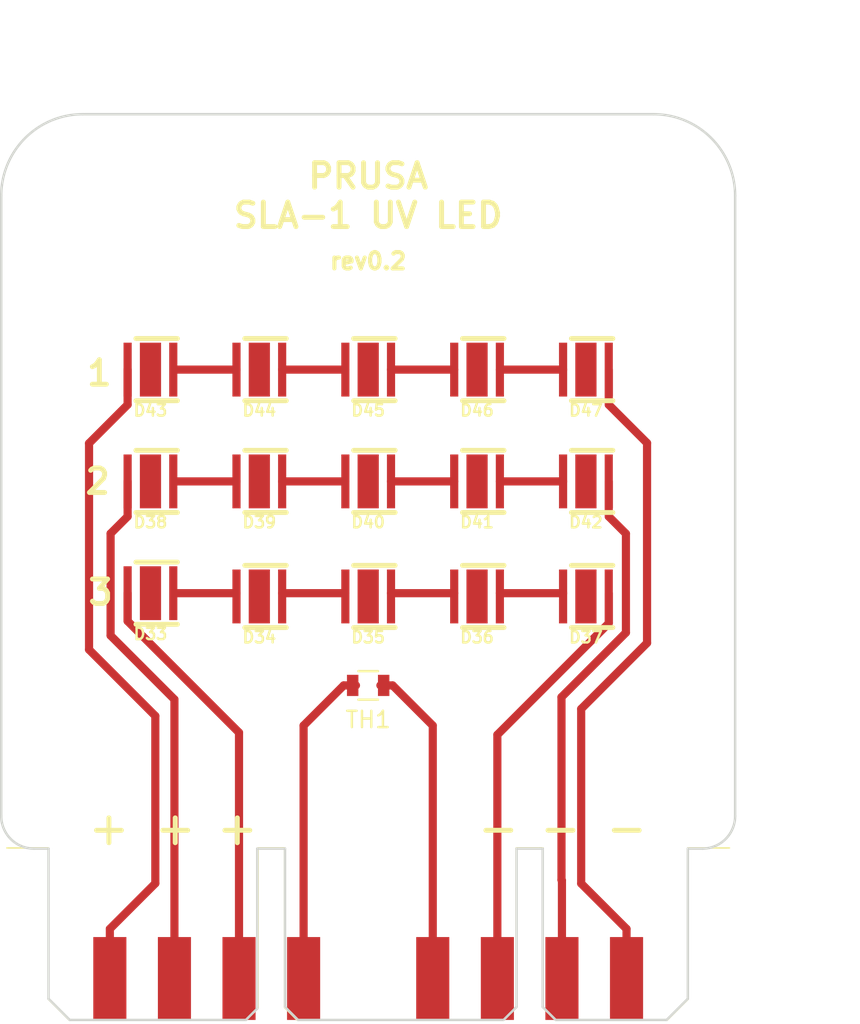
<source format=kicad_pcb>
(kicad_pcb (version 20171130) (host pcbnew "(6.0.0-rc1-dev-199-g6b039bc99)")

  (general
    (thickness 1.6)
    (drawings 43)
    (tracks 50)
    (zones 0)
    (modules 21)
    (nets 21)
  )

  (page A4)
  (layers
    (0 F.Cu signal)
    (31 B.Cu signal)
    (32 B.Adhes user)
    (33 F.Adhes user)
    (34 B.Paste user)
    (35 F.Paste user)
    (36 B.SilkS user)
    (37 F.SilkS user)
    (38 B.Mask user)
    (39 F.Mask user)
    (40 Dwgs.User user)
    (41 Cmts.User user)
    (42 Eco1.User user)
    (43 Eco2.User user)
    (44 Edge.Cuts user)
    (45 Margin user)
    (46 B.CrtYd user hide)
    (47 F.CrtYd user hide)
    (48 B.Fab user)
    (49 F.Fab user hide)
  )

  (setup
    (last_trace_width 0.2)
    (user_trace_width 0.5)
    (user_trace_width 1.5)
    (user_trace_width 2)
    (user_trace_width 4)
    (user_trace_width 5)
    (user_trace_width 6)
    (user_trace_width 7)
    (user_trace_width 8)
    (trace_clearance 0.2)
    (zone_clearance 0.508)
    (zone_45_only no)
    (trace_min 0.2)
    (via_size 0.8)
    (via_drill 0.4)
    (via_min_size 0.4)
    (via_min_drill 0.3)
    (uvia_size 0.3)
    (uvia_drill 0.1)
    (uvias_allowed no)
    (uvia_min_size 0.2)
    (uvia_min_drill 0.1)
    (edge_width 0.15)
    (segment_width 0.2)
    (pcb_text_width 0.3)
    (pcb_text_size 1.5 1.5)
    (mod_edge_width 0.15)
    (mod_text_size 1 1)
    (mod_text_width 0.15)
    (pad_size 3.2 3.2)
    (pad_drill 3.2)
    (pad_to_mask_clearance 0.1)
    (solder_mask_min_width 0.25)
    (aux_axis_origin 89.15 134.35)
    (visible_elements FFFFFF7F)
    (pcbplotparams
      (layerselection 0x010a8_7fffffff)
      (usegerberextensions true)
      (usegerberattributes false)
      (usegerberadvancedattributes false)
      (creategerberjobfile false)
      (excludeedgelayer true)
      (linewidth 0.100000)
      (plotframeref false)
      (viasonmask false)
      (mode 1)
      (useauxorigin false)
      (hpglpennumber 1)
      (hpglpenspeed 20)
      (hpglpendiameter 15.000000)
      (psnegative false)
      (psa4output false)
      (plotreference true)
      (plotvalue true)
      (plotinvisibletext false)
      (padsonsilk false)
      (subtractmaskfromsilk false)
      (outputformat 1)
      (mirror false)
      (drillshape 0)
      (scaleselection 1)
      (outputdirectory "gerber/"))
  )

  (net 0 "")
  (net 1 "Net-(D33-Pad1)")
  (net 2 "Net-(D33-Pad2)")
  (net 3 "Net-(D34-Pad1)")
  (net 4 "Net-(D35-Pad1)")
  (net 5 "Net-(D36-Pad1)")
  (net 6 "Net-(D37-Pad1)")
  (net 7 "Net-(D38-Pad1)")
  (net 8 "Net-(D39-Pad1)")
  (net 9 "Net-(D40-Pad1)")
  (net 10 "Net-(D41-Pad1)")
  (net 11 "Net-(D43-Pad1)")
  (net 12 "Net-(D44-Pad1)")
  (net 13 "Net-(D45-Pad1)")
  (net 14 "Net-(D46-Pad1)")
  (net 15 "Net-(D42-Pad1)")
  (net 16 "Net-(D47-Pad1)")
  (net 17 "Net-(P1-Pad5)")
  (net 18 "Net-(P1-Pad4)")
  (net 19 "Net-(D38-Pad2)")
  (net 20 "Net-(D43-Pad2)")

  (net_class Default "Toto je výchozí třída sítě."
    (clearance 0.2)
    (trace_width 0.2)
    (via_dia 0.8)
    (via_drill 0.4)
    (uvia_dia 0.3)
    (uvia_drill 0.1)
    (add_net "Net-(D33-Pad1)")
    (add_net "Net-(D33-Pad2)")
    (add_net "Net-(D34-Pad1)")
    (add_net "Net-(D35-Pad1)")
    (add_net "Net-(D36-Pad1)")
    (add_net "Net-(D37-Pad1)")
    (add_net "Net-(D38-Pad1)")
    (add_net "Net-(D38-Pad2)")
    (add_net "Net-(D39-Pad1)")
    (add_net "Net-(D40-Pad1)")
    (add_net "Net-(D41-Pad1)")
    (add_net "Net-(D42-Pad1)")
    (add_net "Net-(D43-Pad1)")
    (add_net "Net-(D43-Pad2)")
    (add_net "Net-(D44-Pad1)")
    (add_net "Net-(D45-Pad1)")
    (add_net "Net-(D46-Pad1)")
    (add_net "Net-(D47-Pad1)")
    (add_net "Net-(P1-Pad4)")
    (add_net "Net-(P1-Pad5)")
  )

  (module ok1hra:LED-UV-LTPL-C034UVH405 (layer F.Cu) (tedit 5C000176) (tstamp 5BD213D4)
    (at 9.15 -15.65 180)
    (path /5BCE0D5F)
    (attr smd)
    (fp_text reference D33 (at 0 -2.5 180) (layer F.SilkS)
      (effects (font (size 0.7 0.7) (thickness 0.15)))
    )
    (fp_text value TY-SMD3535-3W (at 0 2.5 180) (layer F.Fab)
      (effects (font (size 0.5 0.5) (thickness 0.125)))
    )
    (fp_line (start 0.889 1.905) (end -1.651 1.905) (layer F.SilkS) (width 0.3))
    (fp_line (start -1.651 -1.905) (end 0.889 -1.905) (layer F.SilkS) (width 0.3))
    (fp_line (start -1.75 -1.75) (end 1.75 -1.75) (layer F.CrtYd) (width 0.1))
    (fp_line (start 1.75 -1.75) (end 1.75 1.75) (layer F.CrtYd) (width 0.1))
    (fp_line (start 1.75 1.75) (end -1.75 1.75) (layer F.CrtYd) (width 0.1))
    (fp_line (start -1.75 1.75) (end -1.75 -1.75) (layer F.CrtYd) (width 0.1))
    (pad 3 smd rect (at 0 0 180) (size 1.3 3.3) (layers F.Cu F.Paste F.Mask))
    (pad 1 smd rect (at -1.4 0 180) (size 0.5 3.3) (layers F.Cu F.Paste F.Mask)
      (net 1 "Net-(D33-Pad1)"))
    (pad 2 smd rect (at 1.4 0 180) (size 0.5 3.3) (layers F.Cu F.Paste F.Mask)
      (net 2 "Net-(D33-Pad2)"))
    (model /home/dan/kicad/hra/lib/ok1hra3d/LED-LTPL-C034UVH405.step
      (at (xyz 0 0 0))
      (scale (xyz 1 1 1))
      (rotate (xyz 0 0 0))
    )
  )

  (module Resistors_SMD:R_0805 (layer F.Cu) (tedit 58307B54) (tstamp 5C0E8201)
    (at 22.5 -10 180)
    (descr "Resistor SMD 0805, reflow soldering, Vishay (see dcrcw.pdf)")
    (tags "resistor 0805")
    (path /5BEFC2AA)
    (attr smd)
    (fp_text reference TH1 (at 0 -2.1 180) (layer F.SilkS)
      (effects (font (size 1 1) (thickness 0.15)))
    )
    (fp_text value NCP21WF104J03RA (at 0 2.1 180) (layer F.Fab)
      (effects (font (size 1 1) (thickness 0.15)))
    )
    (fp_line (start -1 0.625) (end -1 -0.625) (layer F.Fab) (width 0.1))
    (fp_line (start 1 0.625) (end -1 0.625) (layer F.Fab) (width 0.1))
    (fp_line (start 1 -0.625) (end 1 0.625) (layer F.Fab) (width 0.1))
    (fp_line (start -1 -0.625) (end 1 -0.625) (layer F.Fab) (width 0.1))
    (fp_line (start -1.6 -1) (end 1.6 -1) (layer F.CrtYd) (width 0.05))
    (fp_line (start -1.6 1) (end 1.6 1) (layer F.CrtYd) (width 0.05))
    (fp_line (start -1.6 -1) (end -1.6 1) (layer F.CrtYd) (width 0.05))
    (fp_line (start 1.6 -1) (end 1.6 1) (layer F.CrtYd) (width 0.05))
    (fp_line (start 0.6 0.875) (end -0.6 0.875) (layer F.SilkS) (width 0.15))
    (fp_line (start -0.6 -0.875) (end 0.6 -0.875) (layer F.SilkS) (width 0.15))
    (pad 1 smd rect (at -0.95 0 180) (size 0.7 1.3) (layers F.Cu F.Paste F.Mask)
      (net 17 "Net-(P1-Pad5)"))
    (pad 2 smd rect (at 0.95 0 180) (size 0.7 1.3) (layers F.Cu F.Paste F.Mask)
      (net 18 "Net-(P1-Pad4)"))
    (model ${KISYS3DMOD}/Resistor_SMD.3dshapes/R_0805_2012Metric.step
      (at (xyz 0 0 0))
      (scale (xyz 1 1 1))
      (rotate (xyz 0 0 0))
    )
  )

  (module ok1hra:LED-UV-LTPL-C034UVH405 (layer F.Cu) (tedit 5C000176) (tstamp 5C0E81F6)
    (at 22.5 -15.45 180)
    (path /5C0A6D45)
    (attr smd)
    (fp_text reference D35 (at 0 -2.5 180) (layer F.SilkS)
      (effects (font (size 0.7 0.7) (thickness 0.15)))
    )
    (fp_text value TY-SMD3535-3W (at 0 2.5 180) (layer F.Fab)
      (effects (font (size 0.5 0.5) (thickness 0.125)))
    )
    (fp_line (start 0.889 1.905) (end -1.651 1.905) (layer F.SilkS) (width 0.3))
    (fp_line (start -1.651 -1.905) (end 0.889 -1.905) (layer F.SilkS) (width 0.3))
    (fp_line (start -1.75 -1.75) (end 1.75 -1.75) (layer F.CrtYd) (width 0.1))
    (fp_line (start 1.75 -1.75) (end 1.75 1.75) (layer F.CrtYd) (width 0.1))
    (fp_line (start 1.75 1.75) (end -1.75 1.75) (layer F.CrtYd) (width 0.1))
    (fp_line (start -1.75 1.75) (end -1.75 -1.75) (layer F.CrtYd) (width 0.1))
    (pad 3 smd rect (at 0 0 180) (size 1.3 3.3) (layers F.Cu F.Paste F.Mask))
    (pad 1 smd rect (at -1.4 0 180) (size 0.5 3.3) (layers F.Cu F.Paste F.Mask)
      (net 4 "Net-(D35-Pad1)"))
    (pad 2 smd rect (at 1.4 0 180) (size 0.5 3.3) (layers F.Cu F.Paste F.Mask)
      (net 3 "Net-(D34-Pad1)"))
    (model /home/dan/kicad/hra/lib/ok1hra3d/LED-LTPL-C034UVH405.step
      (at (xyz 0 0 0))
      (scale (xyz 1 1 1))
      (rotate (xyz 0 0 0))
    )
  )

  (module ok1hra:LED-UV-LTPL-C034UVH405 (layer F.Cu) (tedit 5C000176) (tstamp 5C0E81E9)
    (at 29.175 -15.45 180)
    (path /5C0A6D9B)
    (attr smd)
    (fp_text reference D36 (at 0 -2.5 180) (layer F.SilkS)
      (effects (font (size 0.7 0.7) (thickness 0.15)))
    )
    (fp_text value TY-SMD3535-3W (at 0 2.5 180) (layer F.Fab)
      (effects (font (size 0.5 0.5) (thickness 0.125)))
    )
    (fp_line (start -1.75 1.75) (end -1.75 -1.75) (layer F.CrtYd) (width 0.1))
    (fp_line (start 1.75 1.75) (end -1.75 1.75) (layer F.CrtYd) (width 0.1))
    (fp_line (start 1.75 -1.75) (end 1.75 1.75) (layer F.CrtYd) (width 0.1))
    (fp_line (start -1.75 -1.75) (end 1.75 -1.75) (layer F.CrtYd) (width 0.1))
    (fp_line (start -1.651 -1.905) (end 0.889 -1.905) (layer F.SilkS) (width 0.3))
    (fp_line (start 0.889 1.905) (end -1.651 1.905) (layer F.SilkS) (width 0.3))
    (pad 2 smd rect (at 1.4 0 180) (size 0.5 3.3) (layers F.Cu F.Paste F.Mask)
      (net 4 "Net-(D35-Pad1)"))
    (pad 1 smd rect (at -1.4 0 180) (size 0.5 3.3) (layers F.Cu F.Paste F.Mask)
      (net 5 "Net-(D36-Pad1)"))
    (pad 3 smd rect (at 0 0 180) (size 1.3 3.3) (layers F.Cu F.Paste F.Mask))
    (model /home/dan/kicad/hra/lib/ok1hra3d/LED-LTPL-C034UVH405.step
      (at (xyz 0 0 0))
      (scale (xyz 1 1 1))
      (rotate (xyz 0 0 0))
    )
  )

  (module ok1hra:LED-UV-LTPL-C034UVH405 (layer F.Cu) (tedit 5C000176) (tstamp 5C0E81DC)
    (at 35.85 -15.45 180)
    (path /5C0A6EE6)
    (attr smd)
    (fp_text reference D37 (at 0 -2.5 180) (layer F.SilkS)
      (effects (font (size 0.7 0.7) (thickness 0.15)))
    )
    (fp_text value TY-SMD3535-3W (at 0 2.5 180) (layer F.Fab)
      (effects (font (size 0.5 0.5) (thickness 0.125)))
    )
    (fp_line (start 0.889 1.905) (end -1.651 1.905) (layer F.SilkS) (width 0.3))
    (fp_line (start -1.651 -1.905) (end 0.889 -1.905) (layer F.SilkS) (width 0.3))
    (fp_line (start -1.75 -1.75) (end 1.75 -1.75) (layer F.CrtYd) (width 0.1))
    (fp_line (start 1.75 -1.75) (end 1.75 1.75) (layer F.CrtYd) (width 0.1))
    (fp_line (start 1.75 1.75) (end -1.75 1.75) (layer F.CrtYd) (width 0.1))
    (fp_line (start -1.75 1.75) (end -1.75 -1.75) (layer F.CrtYd) (width 0.1))
    (pad 3 smd rect (at 0 0 180) (size 1.3 3.3) (layers F.Cu F.Paste F.Mask))
    (pad 1 smd rect (at -1.4 0 180) (size 0.5 3.3) (layers F.Cu F.Paste F.Mask)
      (net 6 "Net-(D37-Pad1)"))
    (pad 2 smd rect (at 1.4 0 180) (size 0.5 3.3) (layers F.Cu F.Paste F.Mask)
      (net 5 "Net-(D36-Pad1)"))
    (model /home/dan/kicad/hra/lib/ok1hra3d/LED-LTPL-C034UVH405.step
      (at (xyz 0 0 0))
      (scale (xyz 1 1 1))
      (rotate (xyz 0 0 0))
    )
  )

  (module ok1hra:LED-UV-LTPL-C034UVH405 (layer F.Cu) (tedit 5C000176) (tstamp 5C0E81CF)
    (at 9.15 -22.5 180)
    (path /5C0A76E6)
    (attr smd)
    (fp_text reference D38 (at 0 -2.5 180) (layer F.SilkS)
      (effects (font (size 0.7 0.7) (thickness 0.15)))
    )
    (fp_text value TY-SMD3535-3W (at 0 2.5 180) (layer F.Fab)
      (effects (font (size 0.5 0.5) (thickness 0.125)))
    )
    (fp_line (start -1.75 1.75) (end -1.75 -1.75) (layer F.CrtYd) (width 0.1))
    (fp_line (start 1.75 1.75) (end -1.75 1.75) (layer F.CrtYd) (width 0.1))
    (fp_line (start 1.75 -1.75) (end 1.75 1.75) (layer F.CrtYd) (width 0.1))
    (fp_line (start -1.75 -1.75) (end 1.75 -1.75) (layer F.CrtYd) (width 0.1))
    (fp_line (start -1.651 -1.905) (end 0.889 -1.905) (layer F.SilkS) (width 0.3))
    (fp_line (start 0.889 1.905) (end -1.651 1.905) (layer F.SilkS) (width 0.3))
    (pad 2 smd rect (at 1.4 0 180) (size 0.5 3.3) (layers F.Cu F.Paste F.Mask)
      (net 19 "Net-(D38-Pad2)"))
    (pad 1 smd rect (at -1.4 0 180) (size 0.5 3.3) (layers F.Cu F.Paste F.Mask)
      (net 7 "Net-(D38-Pad1)"))
    (pad 3 smd rect (at 0 0 180) (size 1.3 3.3) (layers F.Cu F.Paste F.Mask))
    (model /home/dan/kicad/hra/lib/ok1hra3d/LED-LTPL-C034UVH405.step
      (at (xyz 0 0 0))
      (scale (xyz 1 1 1))
      (rotate (xyz 0 0 0))
    )
  )

  (module ok1hra:LED-UV-LTPL-C034UVH405 (layer F.Cu) (tedit 5C000176) (tstamp 5C0E81C2)
    (at 15.825 -22.5 180)
    (path /5C0A76ED)
    (attr smd)
    (fp_text reference D39 (at 0 -2.5 180) (layer F.SilkS)
      (effects (font (size 0.7 0.7) (thickness 0.15)))
    )
    (fp_text value TY-SMD3535-3W (at 0 2.5 180) (layer F.Fab)
      (effects (font (size 0.5 0.5) (thickness 0.125)))
    )
    (fp_line (start 0.889 1.905) (end -1.651 1.905) (layer F.SilkS) (width 0.3))
    (fp_line (start -1.651 -1.905) (end 0.889 -1.905) (layer F.SilkS) (width 0.3))
    (fp_line (start -1.75 -1.75) (end 1.75 -1.75) (layer F.CrtYd) (width 0.1))
    (fp_line (start 1.75 -1.75) (end 1.75 1.75) (layer F.CrtYd) (width 0.1))
    (fp_line (start 1.75 1.75) (end -1.75 1.75) (layer F.CrtYd) (width 0.1))
    (fp_line (start -1.75 1.75) (end -1.75 -1.75) (layer F.CrtYd) (width 0.1))
    (pad 3 smd rect (at 0 0 180) (size 1.3 3.3) (layers F.Cu F.Paste F.Mask))
    (pad 1 smd rect (at -1.4 0 180) (size 0.5 3.3) (layers F.Cu F.Paste F.Mask)
      (net 8 "Net-(D39-Pad1)"))
    (pad 2 smd rect (at 1.4 0 180) (size 0.5 3.3) (layers F.Cu F.Paste F.Mask)
      (net 7 "Net-(D38-Pad1)"))
    (model /home/dan/kicad/hra/lib/ok1hra3d/LED-LTPL-C034UVH405.step
      (at (xyz 0 0 0))
      (scale (xyz 1 1 1))
      (rotate (xyz 0 0 0))
    )
  )

  (module ok1hra:LED-UV-LTPL-C034UVH405 (layer F.Cu) (tedit 5C000176) (tstamp 5C0E81B5)
    (at 22.5 -22.5 180)
    (path /5C0A76F4)
    (attr smd)
    (fp_text reference D40 (at 0 -2.5 180) (layer F.SilkS)
      (effects (font (size 0.7 0.7) (thickness 0.15)))
    )
    (fp_text value TY-SMD3535-3W (at 0 2.5 180) (layer F.Fab)
      (effects (font (size 0.5 0.5) (thickness 0.125)))
    )
    (fp_line (start -1.75 1.75) (end -1.75 -1.75) (layer F.CrtYd) (width 0.1))
    (fp_line (start 1.75 1.75) (end -1.75 1.75) (layer F.CrtYd) (width 0.1))
    (fp_line (start 1.75 -1.75) (end 1.75 1.75) (layer F.CrtYd) (width 0.1))
    (fp_line (start -1.75 -1.75) (end 1.75 -1.75) (layer F.CrtYd) (width 0.1))
    (fp_line (start -1.651 -1.905) (end 0.889 -1.905) (layer F.SilkS) (width 0.3))
    (fp_line (start 0.889 1.905) (end -1.651 1.905) (layer F.SilkS) (width 0.3))
    (pad 2 smd rect (at 1.4 0 180) (size 0.5 3.3) (layers F.Cu F.Paste F.Mask)
      (net 8 "Net-(D39-Pad1)"))
    (pad 1 smd rect (at -1.4 0 180) (size 0.5 3.3) (layers F.Cu F.Paste F.Mask)
      (net 9 "Net-(D40-Pad1)"))
    (pad 3 smd rect (at 0 0 180) (size 1.3 3.3) (layers F.Cu F.Paste F.Mask))
    (model /home/dan/kicad/hra/lib/ok1hra3d/LED-LTPL-C034UVH405.step
      (at (xyz 0 0 0))
      (scale (xyz 1 1 1))
      (rotate (xyz 0 0 0))
    )
  )

  (module ok1hra:LED-UV-LTPL-C034UVH405 (layer F.Cu) (tedit 5C000176) (tstamp 5C0E81A8)
    (at 29.175 -22.5 180)
    (path /5C0A76FB)
    (attr smd)
    (fp_text reference D41 (at 0 -2.5 180) (layer F.SilkS)
      (effects (font (size 0.7 0.7) (thickness 0.15)))
    )
    (fp_text value TY-SMD3535-3W (at 0 2.5 180) (layer F.Fab)
      (effects (font (size 0.5 0.5) (thickness 0.125)))
    )
    (fp_line (start 0.889 1.905) (end -1.651 1.905) (layer F.SilkS) (width 0.3))
    (fp_line (start -1.651 -1.905) (end 0.889 -1.905) (layer F.SilkS) (width 0.3))
    (fp_line (start -1.75 -1.75) (end 1.75 -1.75) (layer F.CrtYd) (width 0.1))
    (fp_line (start 1.75 -1.75) (end 1.75 1.75) (layer F.CrtYd) (width 0.1))
    (fp_line (start 1.75 1.75) (end -1.75 1.75) (layer F.CrtYd) (width 0.1))
    (fp_line (start -1.75 1.75) (end -1.75 -1.75) (layer F.CrtYd) (width 0.1))
    (pad 3 smd rect (at 0 0 180) (size 1.3 3.3) (layers F.Cu F.Paste F.Mask))
    (pad 1 smd rect (at -1.4 0 180) (size 0.5 3.3) (layers F.Cu F.Paste F.Mask)
      (net 10 "Net-(D41-Pad1)"))
    (pad 2 smd rect (at 1.4 0 180) (size 0.5 3.3) (layers F.Cu F.Paste F.Mask)
      (net 9 "Net-(D40-Pad1)"))
    (model /home/dan/kicad/hra/lib/ok1hra3d/LED-LTPL-C034UVH405.step
      (at (xyz 0 0 0))
      (scale (xyz 1 1 1))
      (rotate (xyz 0 0 0))
    )
  )

  (module ok1hra:LED-UV-LTPL-C034UVH405 (layer F.Cu) (tedit 5C000176) (tstamp 5C0E819B)
    (at 35.85 -22.5 180)
    (path /5C0A7702)
    (attr smd)
    (fp_text reference D42 (at 0 -2.5 180) (layer F.SilkS)
      (effects (font (size 0.7 0.7) (thickness 0.15)))
    )
    (fp_text value TY-SMD3535-3W (at 0 2.5 180) (layer F.Fab)
      (effects (font (size 0.5 0.5) (thickness 0.125)))
    )
    (fp_line (start -1.75 1.75) (end -1.75 -1.75) (layer F.CrtYd) (width 0.1))
    (fp_line (start 1.75 1.75) (end -1.75 1.75) (layer F.CrtYd) (width 0.1))
    (fp_line (start 1.75 -1.75) (end 1.75 1.75) (layer F.CrtYd) (width 0.1))
    (fp_line (start -1.75 -1.75) (end 1.75 -1.75) (layer F.CrtYd) (width 0.1))
    (fp_line (start -1.651 -1.905) (end 0.889 -1.905) (layer F.SilkS) (width 0.3))
    (fp_line (start 0.889 1.905) (end -1.651 1.905) (layer F.SilkS) (width 0.3))
    (pad 2 smd rect (at 1.4 0 180) (size 0.5 3.3) (layers F.Cu F.Paste F.Mask)
      (net 10 "Net-(D41-Pad1)"))
    (pad 1 smd rect (at -1.4 0 180) (size 0.5 3.3) (layers F.Cu F.Paste F.Mask)
      (net 15 "Net-(D42-Pad1)"))
    (pad 3 smd rect (at 0 0 180) (size 1.3 3.3) (layers F.Cu F.Paste F.Mask))
    (model /home/dan/kicad/hra/lib/ok1hra3d/LED-LTPL-C034UVH405.step
      (at (xyz 0 0 0))
      (scale (xyz 1 1 1))
      (rotate (xyz 0 0 0))
    )
  )

  (module ok1hra:LED-UV-LTPL-C034UVH405 (layer F.Cu) (tedit 5C000176) (tstamp 5C0E818E)
    (at 9.15 -29.35 180)
    (path /5C0A806B)
    (attr smd)
    (fp_text reference D43 (at 0 -2.5 180) (layer F.SilkS)
      (effects (font (size 0.7 0.7) (thickness 0.15)))
    )
    (fp_text value TY-SMD3535-3W (at 0 2.5 180) (layer F.Fab)
      (effects (font (size 0.5 0.5) (thickness 0.125)))
    )
    (fp_line (start 0.889 1.905) (end -1.651 1.905) (layer F.SilkS) (width 0.3))
    (fp_line (start -1.651 -1.905) (end 0.889 -1.905) (layer F.SilkS) (width 0.3))
    (fp_line (start -1.75 -1.75) (end 1.75 -1.75) (layer F.CrtYd) (width 0.1))
    (fp_line (start 1.75 -1.75) (end 1.75 1.75) (layer F.CrtYd) (width 0.1))
    (fp_line (start 1.75 1.75) (end -1.75 1.75) (layer F.CrtYd) (width 0.1))
    (fp_line (start -1.75 1.75) (end -1.75 -1.75) (layer F.CrtYd) (width 0.1))
    (pad 3 smd rect (at 0 0 180) (size 1.3 3.3) (layers F.Cu F.Paste F.Mask))
    (pad 1 smd rect (at -1.4 0 180) (size 0.5 3.3) (layers F.Cu F.Paste F.Mask)
      (net 11 "Net-(D43-Pad1)"))
    (pad 2 smd rect (at 1.4 0 180) (size 0.5 3.3) (layers F.Cu F.Paste F.Mask)
      (net 20 "Net-(D43-Pad2)"))
    (model /home/dan/kicad/hra/lib/ok1hra3d/LED-LTPL-C034UVH405.step
      (at (xyz 0 0 0))
      (scale (xyz 1 1 1))
      (rotate (xyz 0 0 0))
    )
  )

  (module ok1hra:LED-UV-LTPL-C034UVH405 (layer F.Cu) (tedit 5C000176) (tstamp 5C0E8181)
    (at 15.825 -29.35 180)
    (path /5C0A8072)
    (attr smd)
    (fp_text reference D44 (at 0 -2.5 180) (layer F.SilkS)
      (effects (font (size 0.7 0.7) (thickness 0.15)))
    )
    (fp_text value TY-SMD3535-3W (at 0 2.5 180) (layer F.Fab)
      (effects (font (size 0.5 0.5) (thickness 0.125)))
    )
    (fp_line (start -1.75 1.75) (end -1.75 -1.75) (layer F.CrtYd) (width 0.1))
    (fp_line (start 1.75 1.75) (end -1.75 1.75) (layer F.CrtYd) (width 0.1))
    (fp_line (start 1.75 -1.75) (end 1.75 1.75) (layer F.CrtYd) (width 0.1))
    (fp_line (start -1.75 -1.75) (end 1.75 -1.75) (layer F.CrtYd) (width 0.1))
    (fp_line (start -1.651 -1.905) (end 0.889 -1.905) (layer F.SilkS) (width 0.3))
    (fp_line (start 0.889 1.905) (end -1.651 1.905) (layer F.SilkS) (width 0.3))
    (pad 2 smd rect (at 1.4 0 180) (size 0.5 3.3) (layers F.Cu F.Paste F.Mask)
      (net 11 "Net-(D43-Pad1)"))
    (pad 1 smd rect (at -1.4 0 180) (size 0.5 3.3) (layers F.Cu F.Paste F.Mask)
      (net 12 "Net-(D44-Pad1)"))
    (pad 3 smd rect (at 0 0 180) (size 1.3 3.3) (layers F.Cu F.Paste F.Mask))
    (model /home/dan/kicad/hra/lib/ok1hra3d/LED-LTPL-C034UVH405.step
      (at (xyz 0 0 0))
      (scale (xyz 1 1 1))
      (rotate (xyz 0 0 0))
    )
  )

  (module ok1hra:LED-UV-LTPL-C034UVH405 (layer F.Cu) (tedit 5C000176) (tstamp 5C0E8174)
    (at 22.5 -29.35 180)
    (path /5C0A8079)
    (attr smd)
    (fp_text reference D45 (at 0 -2.5 180) (layer F.SilkS)
      (effects (font (size 0.7 0.7) (thickness 0.15)))
    )
    (fp_text value TY-SMD3535-3W (at 0 2.5 180) (layer F.Fab)
      (effects (font (size 0.5 0.5) (thickness 0.125)))
    )
    (fp_line (start 0.889 1.905) (end -1.651 1.905) (layer F.SilkS) (width 0.3))
    (fp_line (start -1.651 -1.905) (end 0.889 -1.905) (layer F.SilkS) (width 0.3))
    (fp_line (start -1.75 -1.75) (end 1.75 -1.75) (layer F.CrtYd) (width 0.1))
    (fp_line (start 1.75 -1.75) (end 1.75 1.75) (layer F.CrtYd) (width 0.1))
    (fp_line (start 1.75 1.75) (end -1.75 1.75) (layer F.CrtYd) (width 0.1))
    (fp_line (start -1.75 1.75) (end -1.75 -1.75) (layer F.CrtYd) (width 0.1))
    (pad 3 smd rect (at 0 0 180) (size 1.3 3.3) (layers F.Cu F.Paste F.Mask))
    (pad 1 smd rect (at -1.4 0 180) (size 0.5 3.3) (layers F.Cu F.Paste F.Mask)
      (net 13 "Net-(D45-Pad1)"))
    (pad 2 smd rect (at 1.4 0 180) (size 0.5 3.3) (layers F.Cu F.Paste F.Mask)
      (net 12 "Net-(D44-Pad1)"))
    (model /home/dan/kicad/hra/lib/ok1hra3d/LED-LTPL-C034UVH405.step
      (at (xyz 0 0 0))
      (scale (xyz 1 1 1))
      (rotate (xyz 0 0 0))
    )
  )

  (module ok1hra:LED-UV-LTPL-C034UVH405 (layer F.Cu) (tedit 5C000176) (tstamp 5C0E8167)
    (at 29.175 -29.35 180)
    (path /5C0A8080)
    (attr smd)
    (fp_text reference D46 (at 0 -2.5 180) (layer F.SilkS)
      (effects (font (size 0.7 0.7) (thickness 0.15)))
    )
    (fp_text value TY-SMD3535-3W (at 0 2.5 180) (layer F.Fab)
      (effects (font (size 0.5 0.5) (thickness 0.125)))
    )
    (fp_line (start -1.75 1.75) (end -1.75 -1.75) (layer F.CrtYd) (width 0.1))
    (fp_line (start 1.75 1.75) (end -1.75 1.75) (layer F.CrtYd) (width 0.1))
    (fp_line (start 1.75 -1.75) (end 1.75 1.75) (layer F.CrtYd) (width 0.1))
    (fp_line (start -1.75 -1.75) (end 1.75 -1.75) (layer F.CrtYd) (width 0.1))
    (fp_line (start -1.651 -1.905) (end 0.889 -1.905) (layer F.SilkS) (width 0.3))
    (fp_line (start 0.889 1.905) (end -1.651 1.905) (layer F.SilkS) (width 0.3))
    (pad 2 smd rect (at 1.4 0 180) (size 0.5 3.3) (layers F.Cu F.Paste F.Mask)
      (net 13 "Net-(D45-Pad1)"))
    (pad 1 smd rect (at -1.4 0 180) (size 0.5 3.3) (layers F.Cu F.Paste F.Mask)
      (net 14 "Net-(D46-Pad1)"))
    (pad 3 smd rect (at 0 0 180) (size 1.3 3.3) (layers F.Cu F.Paste F.Mask))
    (model /home/dan/kicad/hra/lib/ok1hra3d/LED-LTPL-C034UVH405.step
      (at (xyz 0 0 0))
      (scale (xyz 1 1 1))
      (rotate (xyz 0 0 0))
    )
  )

  (module ok1hra:LED-UV-LTPL-C034UVH405 (layer F.Cu) (tedit 5C000176) (tstamp 5C0E815A)
    (at 35.85 -29.35 180)
    (path /5C0A8087)
    (attr smd)
    (fp_text reference D47 (at 0 -2.5 180) (layer F.SilkS)
      (effects (font (size 0.7 0.7) (thickness 0.15)))
    )
    (fp_text value TY-SMD3535-3W (at 0 2.5 180) (layer F.Fab)
      (effects (font (size 0.5 0.5) (thickness 0.125)))
    )
    (fp_line (start 0.889 1.905) (end -1.651 1.905) (layer F.SilkS) (width 0.3))
    (fp_line (start -1.651 -1.905) (end 0.889 -1.905) (layer F.SilkS) (width 0.3))
    (fp_line (start -1.75 -1.75) (end 1.75 -1.75) (layer F.CrtYd) (width 0.1))
    (fp_line (start 1.75 -1.75) (end 1.75 1.75) (layer F.CrtYd) (width 0.1))
    (fp_line (start 1.75 1.75) (end -1.75 1.75) (layer F.CrtYd) (width 0.1))
    (fp_line (start -1.75 1.75) (end -1.75 -1.75) (layer F.CrtYd) (width 0.1))
    (pad 3 smd rect (at 0 0 180) (size 1.3 3.3) (layers F.Cu F.Paste F.Mask))
    (pad 1 smd rect (at -1.4 0 180) (size 0.5 3.3) (layers F.Cu F.Paste F.Mask)
      (net 16 "Net-(D47-Pad1)"))
    (pad 2 smd rect (at 1.4 0 180) (size 0.5 3.3) (layers F.Cu F.Paste F.Mask)
      (net 14 "Net-(D46-Pad1)"))
    (model /home/dan/kicad/hra/lib/ok1hra3d/LED-LTPL-C034UVH405.step
      (at (xyz 0 0 0))
      (scale (xyz 1 1 1))
      (rotate (xyz 0 0 0))
    )
  )

  (module ok1hra:LED-UV-LTPL-C034UVH405 (layer F.Cu) (tedit 5C000176) (tstamp 5C0E814D)
    (at 15.825 -15.45 180)
    (path /5C0A6CF5)
    (attr smd)
    (fp_text reference D34 (at 0 -2.5 180) (layer F.SilkS)
      (effects (font (size 0.7 0.7) (thickness 0.15)))
    )
    (fp_text value TY-SMD3535-3W (at 0 2.5 180) (layer F.Fab)
      (effects (font (size 0.5 0.5) (thickness 0.125)))
    )
    (fp_line (start -1.75 1.75) (end -1.75 -1.75) (layer F.CrtYd) (width 0.1))
    (fp_line (start 1.75 1.75) (end -1.75 1.75) (layer F.CrtYd) (width 0.1))
    (fp_line (start 1.75 -1.75) (end 1.75 1.75) (layer F.CrtYd) (width 0.1))
    (fp_line (start -1.75 -1.75) (end 1.75 -1.75) (layer F.CrtYd) (width 0.1))
    (fp_line (start -1.651 -1.905) (end 0.889 -1.905) (layer F.SilkS) (width 0.3))
    (fp_line (start 0.889 1.905) (end -1.651 1.905) (layer F.SilkS) (width 0.3))
    (pad 2 smd rect (at 1.4 0 180) (size 0.5 3.3) (layers F.Cu F.Paste F.Mask)
      (net 1 "Net-(D33-Pad1)"))
    (pad 1 smd rect (at -1.4 0 180) (size 0.5 3.3) (layers F.Cu F.Paste F.Mask)
      (net 3 "Net-(D34-Pad1)"))
    (pad 3 smd rect (at 0 0 180) (size 1.3 3.3) (layers F.Cu F.Paste F.Mask))
    (model /home/dan/kicad/hra/lib/ok1hra3d/LED-LTPL-C034UVH405.step
      (at (xyz 0 0 0))
      (scale (xyz 1 1 1))
      (rotate (xyz 0 0 0))
    )
  )

  (module ok1hra:MX-172159-0608 (layer F.Cu) (tedit 5BFFA25D) (tstamp 5BF5AAB3)
    (at 22.5 10.5 180)
    (path /5C981EF0)
    (fp_text reference P1 (at 0 16.342 180) (layer F.SilkS) hide
      (effects (font (size 1 1) (thickness 0.15)))
    )
    (fp_text value CONN_01X08* (at 0 6.985 180) (layer F.Fab)
      (effects (font (size 1 1) (thickness 0.15)))
    )
    (fp_line (start 19.61 10.54) (end 22.15 10.54) (layer F.SilkS) (width 0.1))
    (fp_line (start -22.15 10.54) (end -19.61 10.54) (layer F.SilkS) (width 0.1))
    (fp_line (start 6.755 0.76) (end 7.515 0) (layer F.SilkS) (width 0.1))
    (fp_line (start 6.755 0.76) (end 6.755 10.54) (layer F.SilkS) (width 0.1))
    (fp_line (start 5.125 0.76) (end 4.365 0) (layer F.SilkS) (width 0.1))
    (fp_line (start 5.125 10.541) (end 6.755 10.54) (layer F.SilkS) (width 0.1))
    (fp_line (start 5.125 0.76) (end 5.125 10.54) (layer F.SilkS) (width 0.1))
    (fp_line (start -9.085 0.76) (end -8.325 0) (layer F.SilkS) (width 0.1))
    (fp_line (start -10.715 0.76) (end -11.475 0) (layer F.SilkS) (width 0.1))
    (fp_line (start -10.715 10.541) (end -9.085 10.54) (layer F.SilkS) (width 0.1))
    (fp_line (start -9.085 0.76) (end -9.085 10.54) (layer F.SilkS) (width 0.1))
    (fp_line (start -10.715 0.76) (end -10.715 10.54) (layer F.SilkS) (width 0.1))
    (fp_line (start 19.61 1.27) (end 18.34 0) (layer F.SilkS) (width 0.1))
    (fp_line (start -19.61 1.27) (end -18.34 0) (layer F.SilkS) (width 0.1))
    (fp_line (start 19.61 1.27) (end 19.61 10.54) (layer F.SilkS) (width 0.1))
    (fp_line (start -19.61 1.27) (end -19.61 10.54) (layer F.SilkS) (width 0.1))
    (pad 2 smd rect (at 11.88 2.54 180) (size 2.03 5.08) (layers F.Cu F.Mask)
      (net 19 "Net-(D38-Pad2)"))
    (pad 3 smd rect (at 7.92 2.54 180) (size 2.03 5.08) (layers F.Cu F.Mask)
      (net 2 "Net-(D33-Pad2)"))
    (pad 1 smd rect (at 15.84 2.54 180) (size 2.03 5.08) (layers F.Cu F.Mask)
      (net 20 "Net-(D43-Pad2)"))
    (pad 8 smd rect (at -15.84 2.54 180) (size 2.03 5.08) (layers F.Cu F.Mask)
      (net 16 "Net-(D47-Pad1)"))
    (pad 7 smd rect (at -11.88 2.54 180) (size 2.03 5.08) (layers F.Cu F.Mask)
      (net 15 "Net-(D42-Pad1)"))
    (pad 6 smd rect (at -7.92 2.54 180) (size 2.03 5.08) (layers F.Cu F.Mask)
      (net 6 "Net-(D37-Pad1)"))
    (pad 5 smd rect (at -3.96 2.54 180) (size 2.03 5.08) (layers F.Cu F.Mask)
      (net 17 "Net-(P1-Pad5)"))
    (pad 4 smd rect (at 3.96 2.54 180) (size 2.03 5.08) (layers F.Cu F.Mask)
      (net 18 "Net-(P1-Pad4)"))
    (pad "" np_thru_hole circle (at 0 13.13 180) (size 4.06 4.06) (drill 4.06) (layers *.Cu *.Mask))
  )

  (module Mounting_Holes:MountingHole_4.5mm (layer F.Cu) (tedit 5BE5A873) (tstamp 5BCEF53B)
    (at 40 -40)
    (descr "Mounting Hole 4.5mm, no annular")
    (tags "mounting hole 4.5mm no annular")
    (path /5AE051F0)
    (fp_text reference P4 (at 0 -5.5) (layer F.SilkS) hide
      (effects (font (size 1 1) (thickness 0.15)))
    )
    (fp_text value CONN_01X01* (at 0 5.5) (layer F.Fab)
      (effects (font (size 1 1) (thickness 0.15)))
    )
    (fp_circle (center 0 0) (end 4.75 0) (layer F.CrtYd) (width 0.05))
    (fp_circle (center 0 0) (end 4.5 0) (layer Cmts.User) (width 0.15))
    (pad "" np_thru_hole circle (at 0 0) (size 3.2 3.2) (drill 3.2) (layers *.Cu *.Mask))
  )

  (module Mounting_Holes:MountingHole_4.5mm (layer F.Cu) (tedit 5BE5A899) (tstamp 5BCEF542)
    (at 40 -5)
    (descr "Mounting Hole 4.5mm, no annular")
    (tags "mounting hole 4.5mm no annular")
    (path /5AE05258)
    (fp_text reference P5 (at 0 -5.5) (layer F.SilkS) hide
      (effects (font (size 1 1) (thickness 0.15)))
    )
    (fp_text value CONN_01X01* (at 0 5.5) (layer F.Fab)
      (effects (font (size 1 1) (thickness 0.15)))
    )
    (fp_circle (center 0 0) (end 4.5 0) (layer Cmts.User) (width 0.15))
    (fp_circle (center 0 0) (end 4.75 0) (layer F.CrtYd) (width 0.05))
    (pad "" np_thru_hole circle (at 0 0) (size 3.2 3.2) (drill 3.2) (layers *.Cu *.Mask))
  )

  (module Mounting_Holes:MountingHole_4.5mm (layer F.Cu) (tedit 5BE5A881) (tstamp 5BCEF52A)
    (at 5 -5)
    (descr "Mounting Hole 4.5mm, no annular")
    (tags "mounting hole 4.5mm no annular")
    (path /5AE050AE)
    (fp_text reference P3 (at 0 -5.5) (layer F.SilkS) hide
      (effects (font (size 1 1) (thickness 0.15)))
    )
    (fp_text value CONN_01X01* (at 0 5.5) (layer F.Fab)
      (effects (font (size 1 1) (thickness 0.15)))
    )
    (fp_circle (center 0 0) (end 4.5 0) (layer Cmts.User) (width 0.15))
    (fp_circle (center 0 0) (end 4.75 0) (layer F.CrtYd) (width 0.05))
    (pad "" np_thru_hole circle (at 0 0) (size 3.2 3.2) (drill 3.2) (layers *.Cu *.Mask))
  )

  (module Mounting_Holes:MountingHole_4.5mm (layer F.Cu) (tedit 5BE5A867) (tstamp 5BCEF531)
    (at 5 -40)
    (descr "Mounting Hole 4.5mm, no annular")
    (tags "mounting hole 4.5mm no annular")
    (path /5AE052C6)
    (fp_text reference P6 (at 0 -5.5) (layer F.SilkS) hide
      (effects (font (size 1 1) (thickness 0.15)))
    )
    (fp_text value CONN_01X01* (at 0 5.5) (layer F.Fab)
      (effects (font (size 1 1) (thickness 0.15)))
    )
    (fp_circle (center 0 0) (end 4.75 0) (layer F.CrtYd) (width 0.05))
    (fp_circle (center 0 0) (end 4.5 0) (layer Cmts.User) (width 0.15))
    (pad "" np_thru_hole circle (at 0 0) (size 3.2 3.2) (drill 3.2) (layers *.Cu *.Mask))
  )

  (gr_text - (at 38.354 -1.27) (layer F.SilkS) (tstamp 5BF5ABEF)
    (effects (font (size 2 2) (thickness 0.3)))
  )
  (gr_text - (at 34.29 -1.27) (layer F.SilkS) (tstamp 5BF5ABED)
    (effects (font (size 2 2) (thickness 0.3)))
  )
  (gr_text - (at 30.48 -1.27) (layer F.SilkS) (tstamp 5BF5AB90)
    (effects (font (size 2 2) (thickness 0.3)))
  )
  (gr_text + (at 14.478 -1.27) (layer F.SilkS) (tstamp 5BF5AB8E)
    (effects (font (size 2 2) (thickness 0.3)))
  )
  (gr_text + (at 10.668 -1.27) (layer F.SilkS) (tstamp 5BF5AB2E)
    (effects (font (size 2 2) (thickness 0.3)))
  )
  (gr_text + (at 6.604 -1.27) (layer F.SilkS) (tstamp 5BF5AB28)
    (effects (font (size 2 2) (thickness 0.3)))
  )
  (gr_arc (start 43 -2) (end 43 0) (angle -90) (layer Edge.Cuts) (width 0.15))
  (gr_arc (start 2 -2) (end 0 -2) (angle -90) (layer Edge.Cuts) (width 0.15))
  (gr_line (start 42.1 0) (end 43 0) (layer Edge.Cuts) (width 0.15))
  (gr_line (start 2.9 0) (end 2 0) (layer Edge.Cuts) (width 0.15))
  (gr_line (start 42.1 9.2) (end 42.1 0) (layer Edge.Cuts) (width 0.15))
  (gr_line (start 40.8 10.5) (end 42.1 9.2) (layer Edge.Cuts) (width 0.15))
  (gr_line (start 34 10.5) (end 40.8 10.5) (layer Edge.Cuts) (width 0.15))
  (gr_line (start 33.2 9.7) (end 34 10.5) (layer Edge.Cuts) (width 0.15))
  (gr_line (start 33.2 0) (end 33.2 9.7) (layer Edge.Cuts) (width 0.15))
  (gr_line (start 31.6 0) (end 33.2 0) (layer Edge.Cuts) (width 0.15))
  (gr_line (start 31.6 9.7) (end 31.6 0) (layer Edge.Cuts) (width 0.15))
  (gr_line (start 30.8 10.5) (end 31.6 9.7) (layer Edge.Cuts) (width 0.15))
  (gr_line (start 18.2 10.5) (end 30.8 10.5) (layer Edge.Cuts) (width 0.15))
  (gr_line (start 17.4 9.7) (end 18.2 10.5) (layer Edge.Cuts) (width 0.15))
  (gr_line (start 17.4 0) (end 17.4 9.7) (layer Edge.Cuts) (width 0.15))
  (gr_line (start 15.7 0) (end 17.4 0) (layer Edge.Cuts) (width 0.15))
  (gr_line (start 15.7 9.8) (end 15.7 0) (layer Edge.Cuts) (width 0.15))
  (gr_line (start 15 10.5) (end 15.7 9.8) (layer Edge.Cuts) (width 0.15))
  (gr_line (start 4.2 10.5) (end 15 10.5) (layer Edge.Cuts) (width 0.15))
  (gr_line (start 2.9 9.2) (end 4.2 10.5) (layer Edge.Cuts) (width 0.15))
  (gr_line (start 2.9 0) (end 2.9 9.2) (layer Edge.Cuts) (width 0.15))
  (gr_text rev0.2 (at 22.5 -36) (layer F.SilkS) (tstamp 5BE95BFF)
    (effects (font (size 1 1) (thickness 0.25)))
  )
  (gr_text "PRUSA\nSLA-1 UV LED" (at 22.5 -40) (layer F.SilkS) (tstamp 5BE95780)
    (effects (font (size 1.5 1.5) (thickness 0.3)))
  )
  (gr_text 3 (at 5.1816 -15.6972) (layer F.SilkS) (tstamp 5BE9576C)
    (effects (font (size 1.5 1.5) (thickness 0.3)) (justify left))
  )
  (gr_text 1 (at 5.1054 -29.1338) (layer F.SilkS) (tstamp 5BE9575B)
    (effects (font (size 1.5 1.5) (thickness 0.3)) (justify left))
  )
  (gr_text 2 (at 5 -22.5) (layer F.SilkS) (tstamp 5BE95715)
    (effects (font (size 1.5 1.5) (thickness 0.3)) (justify left))
  )
  (dimension 55.668 (width 0.15) (layer Margin)
    (gr_text "55,668 mm" (at 51.3 -17.166 90) (layer Margin)
      (effects (font (size 1 1) (thickness 0.15)))
    )
    (feature1 (pts (xy 45 -45) (xy 50.586421 -45)))
    (feature2 (pts (xy 45 10.668) (xy 50.586421 10.668)))
    (crossbar (pts (xy 50 10.668) (xy 50 -45)))
    (arrow1a (pts (xy 50 -45) (xy 50.586421 -43.873496)))
    (arrow1b (pts (xy 50 -45) (xy 49.413579 -43.873496)))
    (arrow2a (pts (xy 50 10.668) (xy 50.586421 9.541496)))
    (arrow2b (pts (xy 50 10.668) (xy 49.413579 9.541496)))
  )
  (gr_line (start 37.5 -31) (end 7.5 -31) (layer Dwgs.User) (width 0.15))
  (gr_line (start 37.5 -14) (end 37.5 -31) (layer Dwgs.User) (width 0.15))
  (gr_line (start 7.5 -14) (end 37.5 -14) (layer Dwgs.User) (width 0.15))
  (gr_line (start 7.5 -14) (end 7.5 -31) (layer Dwgs.User) (width 0.15))
  (dimension 45 (width 0.15) (layer Margin)
    (gr_text "45,000 mm" (at 22.5 -51.3) (layer Margin)
      (effects (font (size 1 1) (thickness 0.15)))
    )
    (feature1 (pts (xy 45 -45) (xy 45 -50.586421)))
    (feature2 (pts (xy 0 -45) (xy 0 -50.586421)))
    (crossbar (pts (xy 0 -50) (xy 45 -50)))
    (arrow1a (pts (xy 45 -50) (xy 43.873496 -49.413579)))
    (arrow1b (pts (xy 45 -50) (xy 43.873496 -50.586421)))
    (arrow2a (pts (xy 0 -50) (xy 1.126504 -49.413579)))
    (arrow2b (pts (xy 0 -50) (xy 1.126504 -50.586421)))
  )
  (gr_line (start 0 -40) (end 0 -2) (layer Edge.Cuts) (width 0.15) (tstamp 5BCEF53A))
  (gr_arc (start 40 -40) (end 45 -40) (angle -90) (layer Edge.Cuts) (width 0.15) (tstamp 5BCEF538))
  (gr_arc (start 5 -40) (end 5 -45) (angle -90) (layer Edge.Cuts) (width 0.15) (tstamp 5BCEF530))
  (gr_line (start 40 -45) (end 5 -45) (layer Edge.Cuts) (width 0.15) (tstamp 5BCEF549))
  (gr_line (start 45 -2) (end 45 -40) (layer Edge.Cuts) (width 0.15) (tstamp 5BCEF548))

  (segment (start 10.55 -15.65) (end 14.425 -15.65) (width 0.5) (layer F.Cu) (net 1))
  (segment (start 7.75 -13.939998) (end 7.75 -15.65) (width 0.5) (layer F.Cu) (net 2))
  (segment (start 14.58 -7.109998) (end 7.75 -13.939998) (width 0.5) (layer F.Cu) (net 2))
  (segment (start 14.58 7.96) (end 14.58 -7.109998) (width 0.5) (layer F.Cu) (net 2))
  (segment (start 17.225 -15.65) (end 21.1 -15.65) (width 0.5) (layer F.Cu) (net 3))
  (segment (start 23.9 -15.65) (end 27.775 -15.65) (width 0.5) (layer F.Cu) (net 4))
  (segment (start 30.575 -15.65) (end 34.45 -15.65) (width 0.5) (layer F.Cu) (net 5))
  (segment (start 37.25 -13.8058) (end 37.25 -15.65) (width 0.5) (layer F.Cu) (net 6))
  (segment (start 30.42 -6.9758) (end 37.25 -13.8058) (width 0.5) (layer F.Cu) (net 6))
  (segment (start 30.42 7.96) (end 30.42 -6.9758) (width 0.5) (layer F.Cu) (net 6))
  (segment (start 10.55 -22.5) (end 14.425 -22.5) (width 0.5) (layer F.Cu) (net 7))
  (segment (start 17.225 -22.5) (end 21.1 -22.5) (width 0.5) (layer F.Cu) (net 8))
  (segment (start 23.9 -22.5) (end 27.775 -22.5) (width 0.5) (layer F.Cu) (net 9))
  (segment (start 34.45 -22.5) (end 30.575 -22.5) (width 0.5) (layer F.Cu) (net 10))
  (segment (start 10.55 -29.35) (end 14.425 -29.35) (width 0.5) (layer F.Cu) (net 11))
  (segment (start 17.225 -29.35) (end 21.1 -29.35) (width 0.5) (layer F.Cu) (net 12))
  (segment (start 23.9 -29.35) (end 27.775 -29.35) (width 0.5) (layer F.Cu) (net 13))
  (segment (start 30.575 -29.35) (end 34.45 -29.35) (width 0.5) (layer F.Cu) (net 14))
  (segment (start 34.38 1.949965) (end 34.351989 1.921954) (width 0.5) (layer F.Cu) (net 15))
  (segment (start 34.351989 1.921954) (end 34.351989 -9.282189) (width 0.5) (layer F.Cu) (net 15))
  (segment (start 37.25 -20.35) (end 37.25 -22.5) (width 0.5) (layer F.Cu) (net 15))
  (segment (start 34.38 7.96) (end 34.38 1.949965) (width 0.5) (layer F.Cu) (net 15))
  (segment (start 38.3032 -13.2334) (end 38.3032 -19.2968) (width 0.5) (layer F.Cu) (net 15))
  (segment (start 38.3032 -19.2968) (end 37.25 -20.35) (width 0.5) (layer F.Cu) (net 15))
  (segment (start 34.351989 -9.282189) (end 38.3032 -13.2334) (width 0.5) (layer F.Cu) (net 15))
  (segment (start 39.5986 -24.8514) (end 37.25 -27.2) (width 0.5) (layer F.Cu) (net 16))
  (segment (start 39.5986 -12.5984) (end 39.5986 -24.8514) (width 0.5) (layer F.Cu) (net 16))
  (segment (start 38.34 7.96) (end 38.34 4.92) (width 0.5) (layer F.Cu) (net 16))
  (segment (start 37.25 -27.2) (end 37.25 -29.35) (width 0.5) (layer F.Cu) (net 16))
  (segment (start 38.34 4.92) (end 35.56 2.14) (width 0.5) (layer F.Cu) (net 16))
  (segment (start 35.56 2.14) (end 35.56 -8.5598) (width 0.5) (layer F.Cu) (net 16))
  (segment (start 35.56 -8.5598) (end 39.5986 -12.5984) (width 0.5) (layer F.Cu) (net 16))
  (segment (start 24 -10) (end 23.25 -10) (width 0.5) (layer F.Cu) (net 17))
  (segment (start 26.46 -7.54) (end 24 -10) (width 0.5) (layer F.Cu) (net 17))
  (segment (start 26.46 7.96) (end 26.46 -7.54) (width 0.5) (layer F.Cu) (net 17))
  (segment (start 21 -10) (end 21.75 -10) (width 0.5) (layer F.Cu) (net 18))
  (segment (start 18.54 -7.54) (end 21 -10) (width 0.5) (layer F.Cu) (net 18))
  (segment (start 18.54 7.96) (end 18.54 -7.54) (width 0.5) (layer F.Cu) (net 18))
  (segment (start 10.62 7.96) (end 10.62 -9.1412) (width 0.5) (layer F.Cu) (net 19))
  (segment (start 10.62 -9.1412) (end 6.7056 -13.0556) (width 0.5) (layer F.Cu) (net 19))
  (segment (start 7.75 -20.35) (end 7.75 -22.5) (width 0.5) (layer F.Cu) (net 19))
  (segment (start 6.7056 -19.3056) (end 7.75 -20.35) (width 0.5) (layer F.Cu) (net 19))
  (segment (start 6.7056 -13.0556) (end 6.7056 -19.3056) (width 0.5) (layer F.Cu) (net 19))
  (segment (start 7.75 -27.2) (end 7.75 -29.35) (width 0.5) (layer F.Cu) (net 20))
  (segment (start 5.3848 -24.8348) (end 7.75 -27.2) (width 0.5) (layer F.Cu) (net 20))
  (segment (start 5.3848 -12.192) (end 5.3848 -24.8348) (width 0.5) (layer F.Cu) (net 20))
  (segment (start 6.66 7.96) (end 6.66 4.92) (width 0.5) (layer F.Cu) (net 20))
  (segment (start 9.4488 2.1312) (end 9.4488 -8.128) (width 0.5) (layer F.Cu) (net 20))
  (segment (start 9.4488 -8.128) (end 5.3848 -12.192) (width 0.5) (layer F.Cu) (net 20))
  (segment (start 6.66 4.92) (end 9.4488 2.1312) (width 0.5) (layer F.Cu) (net 20))

)

</source>
